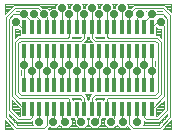
<source format=gtl>
G75*
%MOIN*%
%OFA0B0*%
%FSLAX25Y25*%
%IPPOS*%
%LPD*%
%AMOC8*
5,1,8,0,0,1.08239X$1,22.5*
%
%ADD10R,0.01500X0.05000*%
%ADD11C,0.00492*%
%ADD12C,0.02787*%
D10*
X0033030Y0009559D03*
X0035530Y0009559D03*
X0038030Y0009559D03*
X0040530Y0009559D03*
X0043030Y0009559D03*
X0045530Y0009559D03*
X0048030Y0009559D03*
X0050530Y0009559D03*
X0053030Y0009559D03*
X0055530Y0009559D03*
X0058030Y0009559D03*
X0060530Y0009559D03*
X0063030Y0009559D03*
X0065530Y0009559D03*
X0068030Y0009559D03*
X0070530Y0009559D03*
X0073030Y0009559D03*
X0075530Y0009559D03*
X0075530Y0017559D03*
X0073030Y0017559D03*
X0070530Y0017559D03*
X0068030Y0017559D03*
X0065530Y0017559D03*
X0063030Y0017559D03*
X0060530Y0017559D03*
X0058030Y0017559D03*
X0055530Y0017559D03*
X0053030Y0017559D03*
X0050530Y0017559D03*
X0048030Y0017559D03*
X0045530Y0017559D03*
X0043030Y0017559D03*
X0040530Y0017559D03*
X0038030Y0017559D03*
X0035530Y0017559D03*
X0033030Y0017559D03*
X0033010Y0028634D03*
X0035510Y0028634D03*
X0038010Y0028634D03*
X0040510Y0028634D03*
X0043010Y0028634D03*
X0045510Y0028634D03*
X0048010Y0028634D03*
X0050510Y0028634D03*
X0053010Y0028634D03*
X0055510Y0028634D03*
X0058010Y0028634D03*
X0060510Y0028634D03*
X0063010Y0028634D03*
X0065510Y0028634D03*
X0068010Y0028634D03*
X0070510Y0028634D03*
X0073010Y0028634D03*
X0075510Y0028634D03*
X0075510Y0036634D03*
X0073010Y0036634D03*
X0070510Y0036634D03*
X0068010Y0036634D03*
X0065510Y0036634D03*
X0063010Y0036634D03*
X0060510Y0036634D03*
X0058010Y0036634D03*
X0055510Y0036634D03*
X0053010Y0036634D03*
X0050510Y0036634D03*
X0048010Y0036634D03*
X0045510Y0036634D03*
X0043010Y0036634D03*
X0040510Y0036634D03*
X0038010Y0036634D03*
X0035510Y0036634D03*
X0033010Y0036634D03*
D11*
X0029292Y0002748D02*
X0026560Y0002748D01*
X0026560Y0005637D01*
X0029292Y0002748D01*
X0028868Y0003196D02*
X0026560Y0003196D01*
X0026560Y0003687D02*
X0028404Y0003687D01*
X0027940Y0004177D02*
X0026560Y0004177D01*
X0026560Y0004668D02*
X0027476Y0004668D01*
X0027012Y0005159D02*
X0026560Y0005159D01*
X0026937Y0006669D02*
X0026937Y0040134D01*
X0029890Y0043185D01*
X0037607Y0043185D01*
X0039674Y0041020D01*
X0040550Y0040144D01*
X0040510Y0036634D01*
X0038010Y0036634D02*
X0038010Y0039278D01*
X0036288Y0041020D01*
X0035510Y0038510D02*
X0032941Y0041020D01*
X0032902Y0040980D01*
X0029319Y0040980D01*
X0027922Y0039583D01*
X0027922Y0009130D01*
X0030874Y0006177D01*
X0034812Y0006177D01*
X0035530Y0006896D01*
X0035530Y0009559D01*
X0033030Y0009559D02*
X0028906Y0013683D01*
X0028906Y0037142D01*
X0030087Y0038323D01*
X0031776Y0036634D01*
X0033010Y0036634D01*
X0031522Y0035650D02*
X0031522Y0034228D01*
X0030959Y0034228D01*
X0029890Y0033160D01*
X0029890Y0036191D01*
X0030827Y0036191D01*
X0031368Y0035650D01*
X0031522Y0035650D01*
X0031522Y0035578D02*
X0029890Y0035578D01*
X0029890Y0035088D02*
X0031522Y0035088D01*
X0031522Y0034597D02*
X0029890Y0034597D01*
X0029890Y0034106D02*
X0030837Y0034106D01*
X0030346Y0033616D02*
X0029890Y0033616D01*
X0031367Y0033244D02*
X0029890Y0031768D01*
X0029890Y0014543D01*
X0031367Y0013067D01*
X0047587Y0013067D01*
X0048000Y0012654D01*
X0048000Y0009589D01*
X0048030Y0009559D01*
X0050530Y0009559D02*
X0050530Y0006659D01*
X0052016Y0005173D01*
X0049884Y0005159D02*
X0048754Y0005159D01*
X0048754Y0005649D02*
X0049884Y0005649D01*
X0049884Y0005913D02*
X0049884Y0004290D01*
X0051133Y0003041D01*
X0052899Y0003041D01*
X0054148Y0004290D01*
X0054148Y0006056D01*
X0053884Y0006321D01*
X0054086Y0006321D01*
X0054280Y0006515D01*
X0054474Y0006321D01*
X0054598Y0006321D01*
X0054333Y0006056D01*
X0054333Y0004290D01*
X0055582Y0003041D01*
X0057348Y0003041D01*
X0058597Y0004290D01*
X0058597Y0005931D01*
X0058728Y0006064D01*
X0058985Y0006321D01*
X0059086Y0006321D01*
X0059280Y0006515D01*
X0059474Y0006321D01*
X0059991Y0006321D01*
X0059727Y0006056D01*
X0059727Y0004290D01*
X0060976Y0003041D01*
X0062742Y0003041D01*
X0063837Y0004137D01*
X0064932Y0003041D01*
X0066698Y0003041D01*
X0067370Y0003713D01*
X0068202Y0002748D01*
X0040770Y0002748D01*
X0041264Y0003364D01*
X0041382Y0003482D01*
X0041802Y0003061D01*
X0043569Y0003061D01*
X0044654Y0004146D01*
X0045739Y0003061D01*
X0047506Y0003061D01*
X0048754Y0004310D01*
X0048754Y0006076D01*
X0048509Y0006321D01*
X0049086Y0006321D01*
X0049280Y0006515D01*
X0049474Y0006321D01*
X0049546Y0006321D01*
X0049546Y0006252D01*
X0049884Y0005913D01*
X0049658Y0006140D02*
X0048690Y0006140D01*
X0048754Y0004668D02*
X0049884Y0004668D01*
X0049997Y0004177D02*
X0048622Y0004177D01*
X0048131Y0003687D02*
X0050488Y0003687D01*
X0050978Y0003196D02*
X0047641Y0003196D01*
X0045604Y0003196D02*
X0043704Y0003196D01*
X0044194Y0003687D02*
X0045114Y0003687D01*
X0046623Y0005193D02*
X0045530Y0006285D01*
X0045530Y0009559D01*
X0043030Y0009559D02*
X0043030Y0005537D01*
X0042686Y0005193D01*
X0040530Y0004022D02*
X0039733Y0003028D01*
X0030382Y0003028D01*
X0026937Y0006669D01*
X0027922Y0007061D02*
X0027922Y0007738D01*
X0030467Y0005193D01*
X0035219Y0005193D01*
X0035632Y0005606D01*
X0035632Y0004290D01*
X0035911Y0004012D01*
X0030806Y0004012D01*
X0027922Y0007061D01*
X0027922Y0007121D02*
X0028538Y0007121D01*
X0028329Y0006631D02*
X0029029Y0006631D01*
X0028793Y0006140D02*
X0029520Y0006140D01*
X0029257Y0005649D02*
X0030010Y0005649D01*
X0029721Y0005159D02*
X0035632Y0005159D01*
X0035632Y0004668D02*
X0030185Y0004668D01*
X0030650Y0004177D02*
X0035745Y0004177D01*
X0037764Y0005173D02*
X0038030Y0005459D01*
X0038030Y0009559D01*
X0040530Y0009559D02*
X0040530Y0004022D01*
X0041130Y0003196D02*
X0041667Y0003196D01*
X0031542Y0007161D02*
X0031282Y0007161D01*
X0028906Y0009538D01*
X0028906Y0012291D01*
X0031542Y0009655D01*
X0031542Y0007161D01*
X0031542Y0007612D02*
X0030832Y0007612D01*
X0030341Y0008102D02*
X0031542Y0008102D01*
X0031542Y0008593D02*
X0029850Y0008593D01*
X0029360Y0009084D02*
X0031542Y0009084D01*
X0031542Y0009574D02*
X0028906Y0009574D01*
X0028906Y0010065D02*
X0031132Y0010065D01*
X0030641Y0010556D02*
X0028906Y0010556D01*
X0028906Y0011046D02*
X0030151Y0011046D01*
X0029660Y0011537D02*
X0028906Y0011537D01*
X0028906Y0012028D02*
X0029170Y0012028D01*
X0031859Y0014051D02*
X0052036Y0014051D01*
X0053020Y0013067D01*
X0053020Y0009569D01*
X0053030Y0009559D01*
X0055481Y0009608D02*
X0055530Y0009559D01*
X0055520Y0009569D01*
X0055481Y0009608D02*
X0055481Y0013067D01*
X0056465Y0014051D01*
X0076642Y0014051D01*
X0077725Y0015035D01*
X0077725Y0031276D01*
X0076642Y0032260D01*
X0056465Y0032260D01*
X0055510Y0033215D01*
X0055510Y0036634D01*
X0055481Y0043244D01*
X0057613Y0043152D02*
X0058349Y0043152D01*
X0058349Y0044127D01*
X0058769Y0044547D01*
X0057193Y0044547D01*
X0057613Y0044127D01*
X0057613Y0043152D01*
X0057613Y0043428D02*
X0058349Y0043428D01*
X0058349Y0043919D02*
X0057613Y0043919D01*
X0057330Y0044410D02*
X0058631Y0044410D01*
X0060481Y0043244D02*
X0060510Y0036634D01*
X0060510Y0033628D01*
X0060894Y0033244D01*
X0077134Y0033244D01*
X0078709Y0031768D01*
X0078709Y0014543D01*
X0077134Y0013067D01*
X0060914Y0013067D01*
X0060500Y0012654D01*
X0060500Y0009589D01*
X0060530Y0009559D01*
X0058030Y0009559D02*
X0058030Y0006758D01*
X0056465Y0005173D01*
X0058597Y0005159D02*
X0059727Y0005159D01*
X0059727Y0005649D02*
X0058597Y0005649D01*
X0058804Y0006140D02*
X0059811Y0006140D01*
X0061859Y0005173D02*
X0063030Y0006344D01*
X0063030Y0009559D01*
X0065530Y0009559D02*
X0065530Y0005478D01*
X0065815Y0005173D01*
X0068030Y0004455D02*
X0069260Y0003028D01*
X0078119Y0003028D01*
X0081662Y0006669D01*
X0081662Y0040626D01*
X0079103Y0043185D01*
X0070028Y0043185D01*
X0067961Y0041020D01*
X0068010Y0036634D01*
X0065510Y0036634D02*
X0065481Y0043244D01*
X0067613Y0043152D02*
X0067613Y0044127D01*
X0067193Y0044547D01*
X0082040Y0044547D01*
X0082040Y0041640D01*
X0080087Y0043593D01*
X0079511Y0044169D01*
X0070422Y0044169D01*
X0070413Y0044178D01*
X0070017Y0044169D01*
X0069620Y0044169D01*
X0069611Y0044160D01*
X0069598Y0044160D01*
X0069324Y0043873D01*
X0069044Y0043593D01*
X0069044Y0043579D01*
X0068635Y0043152D01*
X0067613Y0043152D01*
X0067613Y0043428D02*
X0068900Y0043428D01*
X0069368Y0043919D02*
X0067613Y0043919D01*
X0067330Y0044410D02*
X0082040Y0044410D01*
X0082040Y0043919D02*
X0079761Y0043919D01*
X0080251Y0043428D02*
X0082040Y0043428D01*
X0082040Y0042938D02*
X0080742Y0042938D01*
X0081233Y0042447D02*
X0082040Y0042447D01*
X0082040Y0041956D02*
X0081723Y0041956D01*
X0080678Y0039583D02*
X0079142Y0041020D01*
X0075481Y0041020D01*
X0073010Y0038549D01*
X0073010Y0036634D01*
X0075510Y0036634D02*
X0077239Y0038362D01*
X0078434Y0038362D01*
X0079693Y0037201D01*
X0079693Y0013624D01*
X0075530Y0009559D01*
X0077018Y0009574D02*
X0079693Y0009574D01*
X0079693Y0009547D02*
X0077228Y0007161D01*
X0077018Y0007161D01*
X0077018Y0009636D01*
X0079693Y0012248D01*
X0079693Y0009547D01*
X0079693Y0010065D02*
X0077457Y0010065D01*
X0077960Y0010556D02*
X0079693Y0010556D01*
X0079693Y0011046D02*
X0078462Y0011046D01*
X0078965Y0011537D02*
X0079693Y0011537D01*
X0079693Y0012028D02*
X0079467Y0012028D01*
X0079215Y0009084D02*
X0077018Y0009084D01*
X0077018Y0008593D02*
X0078708Y0008593D01*
X0078201Y0008102D02*
X0077018Y0008102D01*
X0077018Y0007612D02*
X0077694Y0007612D01*
X0077626Y0006177D02*
X0080678Y0009130D01*
X0080678Y0039583D01*
X0078892Y0042004D02*
X0077511Y0042004D01*
X0077315Y0042201D01*
X0078695Y0042201D01*
X0078892Y0042004D01*
X0073647Y0042201D02*
X0073574Y0042201D01*
X0073611Y0042165D01*
X0073647Y0042201D01*
X0071741Y0041020D02*
X0070510Y0039770D01*
X0070510Y0036634D01*
X0076998Y0036559D02*
X0077221Y0036559D01*
X0077025Y0036756D02*
X0077550Y0036230D01*
X0078709Y0036230D01*
X0078709Y0033117D01*
X0077819Y0033951D01*
X0077542Y0034228D01*
X0077524Y0034228D01*
X0077510Y0034241D01*
X0077118Y0034228D01*
X0076998Y0034228D01*
X0076998Y0036730D01*
X0077025Y0036756D01*
X0076998Y0036069D02*
X0078709Y0036069D01*
X0078709Y0035578D02*
X0076998Y0035578D01*
X0076998Y0035088D02*
X0078709Y0035088D01*
X0078709Y0034597D02*
X0076998Y0034597D01*
X0077664Y0034106D02*
X0078709Y0034106D01*
X0078709Y0033616D02*
X0078177Y0033616D01*
X0078700Y0033125D02*
X0078709Y0033125D01*
X0075510Y0028634D02*
X0075560Y0022024D01*
X0075530Y0017559D01*
X0073030Y0017559D02*
X0073040Y0024248D01*
X0073010Y0028634D01*
X0070510Y0028634D02*
X0070560Y0022024D01*
X0070530Y0017559D01*
X0068030Y0017559D02*
X0068040Y0024248D01*
X0068010Y0028634D01*
X0065510Y0028634D02*
X0065560Y0022024D01*
X0065530Y0017559D01*
X0063030Y0017559D02*
X0063040Y0024248D01*
X0063010Y0028634D01*
X0060510Y0028634D02*
X0060560Y0022024D01*
X0060530Y0017559D01*
X0058030Y0017559D02*
X0058040Y0024248D01*
X0058010Y0028634D01*
X0055510Y0028634D02*
X0055560Y0022024D01*
X0055530Y0017559D01*
X0053030Y0017559D02*
X0053040Y0024248D01*
X0053010Y0028634D01*
X0050510Y0028634D02*
X0050560Y0022024D01*
X0050530Y0017559D01*
X0048030Y0017559D02*
X0048040Y0024248D01*
X0048010Y0028634D01*
X0045510Y0028634D02*
X0045560Y0022024D01*
X0045530Y0017559D01*
X0043030Y0017559D02*
X0043040Y0024248D01*
X0043010Y0028634D01*
X0040510Y0028634D02*
X0040560Y0022024D01*
X0040530Y0017559D01*
X0038030Y0017559D02*
X0038040Y0024248D01*
X0038010Y0028634D01*
X0035510Y0028634D02*
X0035560Y0022024D01*
X0035530Y0017559D01*
X0033030Y0017559D02*
X0033040Y0024248D01*
X0033010Y0028634D01*
X0030874Y0031276D02*
X0031859Y0032260D01*
X0052036Y0032260D01*
X0053020Y0033244D01*
X0053020Y0036624D01*
X0053010Y0036634D01*
X0052961Y0041020D01*
X0052613Y0043152D02*
X0053349Y0043152D01*
X0053349Y0044127D01*
X0053769Y0044547D01*
X0052193Y0044547D01*
X0052613Y0044127D01*
X0052613Y0043152D01*
X0052613Y0043428D02*
X0053349Y0043428D01*
X0053349Y0043919D02*
X0052613Y0043919D01*
X0052330Y0044410D02*
X0053631Y0044410D01*
X0050481Y0043244D02*
X0050510Y0036634D01*
X0048010Y0036634D02*
X0048010Y0033648D01*
X0047607Y0033244D01*
X0031367Y0033244D01*
X0030874Y0031276D02*
X0030874Y0015035D01*
X0031859Y0014051D01*
X0028048Y0007612D02*
X0027922Y0007612D01*
X0048985Y0012797D02*
X0048985Y0013061D01*
X0048979Y0013067D01*
X0051628Y0013067D01*
X0051936Y0012759D01*
X0051780Y0012603D01*
X0051586Y0012797D01*
X0049474Y0012797D01*
X0049280Y0012603D01*
X0049086Y0012797D01*
X0048985Y0012797D01*
X0048985Y0013009D02*
X0051686Y0013009D01*
X0053158Y0014321D02*
X0054086Y0014321D01*
X0054280Y0014515D01*
X0054474Y0014321D01*
X0055343Y0014321D01*
X0055073Y0014051D01*
X0054497Y0013475D01*
X0054497Y0012797D01*
X0054474Y0012797D01*
X0054280Y0012603D01*
X0054086Y0012797D01*
X0054004Y0012797D01*
X0054004Y0013475D01*
X0053428Y0014051D01*
X0053428Y0014051D01*
X0053158Y0014321D01*
X0053489Y0013990D02*
X0055012Y0013990D01*
X0054521Y0013500D02*
X0053980Y0013500D01*
X0054004Y0013009D02*
X0054497Y0013009D01*
X0054314Y0014481D02*
X0054246Y0014481D01*
X0056594Y0012789D02*
X0056873Y0013067D01*
X0059522Y0013067D01*
X0059516Y0013061D01*
X0059516Y0012797D01*
X0059474Y0012797D01*
X0059280Y0012603D01*
X0059086Y0012797D01*
X0056974Y0012797D01*
X0056780Y0012603D01*
X0056594Y0012789D01*
X0056815Y0013009D02*
X0059516Y0013009D01*
X0068030Y0009559D02*
X0068030Y0004455D01*
X0067393Y0003687D02*
X0067344Y0003687D01*
X0067816Y0003196D02*
X0066853Y0003196D01*
X0064778Y0003196D02*
X0062897Y0003196D01*
X0063387Y0003687D02*
X0064287Y0003687D01*
X0060821Y0003196D02*
X0057503Y0003196D01*
X0057994Y0003687D02*
X0060330Y0003687D01*
X0059840Y0004177D02*
X0058484Y0004177D01*
X0058597Y0004668D02*
X0059727Y0004668D01*
X0055427Y0003196D02*
X0053054Y0003196D01*
X0053545Y0003687D02*
X0054937Y0003687D01*
X0054446Y0004177D02*
X0054035Y0004177D01*
X0054148Y0004668D02*
X0054333Y0004668D01*
X0054333Y0005159D02*
X0054148Y0005159D01*
X0054148Y0005649D02*
X0054333Y0005649D01*
X0054417Y0006140D02*
X0054064Y0006140D01*
X0070530Y0005400D02*
X0070737Y0005173D01*
X0070530Y0005400D02*
X0070530Y0009559D01*
X0073030Y0009559D02*
X0073030Y0006837D01*
X0073689Y0006177D01*
X0077626Y0006177D01*
X0077619Y0005193D02*
X0078018Y0005186D01*
X0078025Y0005193D01*
X0078034Y0005193D01*
X0078317Y0005476D01*
X0080678Y0007760D01*
X0080678Y0007069D01*
X0077703Y0004012D01*
X0072590Y0004012D01*
X0072869Y0004290D01*
X0072869Y0005606D01*
X0073282Y0005193D01*
X0077619Y0005193D01*
X0078341Y0004668D02*
X0072869Y0004668D01*
X0072869Y0005159D02*
X0078819Y0005159D01*
X0078496Y0005649D02*
X0079296Y0005649D01*
X0079003Y0006140D02*
X0079774Y0006140D01*
X0079510Y0006631D02*
X0080251Y0006631D01*
X0080017Y0007121D02*
X0080678Y0007121D01*
X0080678Y0007612D02*
X0080524Y0007612D01*
X0082040Y0005646D02*
X0082040Y0002748D01*
X0079220Y0002748D01*
X0082040Y0005646D01*
X0082040Y0005159D02*
X0081565Y0005159D01*
X0082040Y0004668D02*
X0081088Y0004668D01*
X0080611Y0004177D02*
X0082040Y0004177D01*
X0082040Y0003687D02*
X0080133Y0003687D01*
X0079656Y0003196D02*
X0082040Y0003196D01*
X0077864Y0004177D02*
X0072756Y0004177D01*
X0076741Y0023857D02*
X0076529Y0024070D01*
X0076519Y0025396D01*
X0076566Y0025396D01*
X0076741Y0025570D01*
X0076741Y0023857D01*
X0076741Y0024294D02*
X0076527Y0024294D01*
X0076523Y0024784D02*
X0076741Y0024784D01*
X0076741Y0025275D02*
X0076520Y0025275D01*
X0059526Y0033244D02*
X0056873Y0033244D01*
X0056644Y0033473D01*
X0056760Y0033590D01*
X0056955Y0033396D01*
X0059066Y0033396D01*
X0059260Y0033590D01*
X0059455Y0033396D01*
X0059526Y0033396D01*
X0059526Y0033244D01*
X0055461Y0031872D02*
X0054455Y0031872D01*
X0054260Y0031678D01*
X0054066Y0031872D01*
X0053040Y0031872D01*
X0053428Y0032260D01*
X0054004Y0032836D01*
X0054004Y0033396D01*
X0054066Y0033396D01*
X0054260Y0033590D01*
X0054455Y0033396D01*
X0054526Y0033396D01*
X0054526Y0032807D01*
X0055461Y0031872D01*
X0055189Y0032144D02*
X0053312Y0032144D01*
X0053802Y0032634D02*
X0054699Y0032634D01*
X0054526Y0033125D02*
X0054004Y0033125D01*
X0051867Y0033483D02*
X0051628Y0033244D01*
X0048995Y0033244D01*
X0048995Y0033396D01*
X0049066Y0033396D01*
X0049260Y0033590D01*
X0049455Y0033396D01*
X0051566Y0033396D01*
X0051760Y0033590D01*
X0051867Y0033483D01*
X0048010Y0036634D02*
X0047961Y0041020D01*
X0047613Y0043152D02*
X0047613Y0044127D01*
X0047193Y0044547D01*
X0048769Y0044547D01*
X0048349Y0044127D01*
X0048349Y0043152D01*
X0047613Y0043152D01*
X0047613Y0043428D02*
X0048349Y0043428D01*
X0048349Y0043919D02*
X0047613Y0043919D01*
X0047330Y0044410D02*
X0048631Y0044410D01*
X0045481Y0043244D02*
X0045510Y0036634D01*
X0043010Y0036634D02*
X0042961Y0041020D01*
X0041374Y0042447D02*
X0041261Y0042447D01*
X0041317Y0042391D02*
X0040557Y0043152D01*
X0038999Y0043152D01*
X0038591Y0043579D01*
X0038591Y0043593D01*
X0038311Y0043873D01*
X0038037Y0044160D01*
X0038024Y0044160D01*
X0038014Y0044169D01*
X0037618Y0044169D01*
X0037222Y0044178D01*
X0037212Y0044169D01*
X0030288Y0044169D01*
X0030282Y0044176D01*
X0029882Y0044169D01*
X0029483Y0044169D01*
X0029476Y0044163D01*
X0029466Y0044162D01*
X0029189Y0043875D01*
X0028906Y0043593D01*
X0028906Y0043583D01*
X0026560Y0041159D01*
X0026560Y0044547D01*
X0043769Y0044547D01*
X0043349Y0044127D01*
X0043349Y0043152D01*
X0042078Y0043152D01*
X0041317Y0042391D01*
X0040771Y0042938D02*
X0041864Y0042938D01*
X0043349Y0043428D02*
X0038735Y0043428D01*
X0038267Y0043919D02*
X0043349Y0043919D01*
X0043631Y0044410D02*
X0026560Y0044410D01*
X0026560Y0043919D02*
X0029231Y0043919D01*
X0028756Y0043428D02*
X0026560Y0043428D01*
X0026560Y0042938D02*
X0028281Y0042938D01*
X0027806Y0042447D02*
X0026560Y0042447D01*
X0026560Y0041956D02*
X0027332Y0041956D01*
X0026857Y0041466D02*
X0026560Y0041466D01*
X0030079Y0041965D02*
X0030307Y0042201D01*
X0031108Y0042201D01*
X0030871Y0041965D01*
X0030079Y0041965D01*
X0035510Y0038510D02*
X0035510Y0036634D01*
X0030949Y0036069D02*
X0029890Y0036069D01*
X0031859Y0022414D02*
X0032053Y0022220D01*
X0032051Y0020797D01*
X0031974Y0020797D01*
X0031859Y0020682D01*
X0031859Y0022414D01*
X0031859Y0022331D02*
X0031942Y0022331D01*
X0031859Y0021840D02*
X0032052Y0021840D01*
X0032051Y0021350D02*
X0031859Y0021350D01*
X0031859Y0020859D02*
X0032051Y0020859D01*
X0058010Y0036634D02*
X0057961Y0041020D01*
X0062613Y0043152D02*
X0063349Y0043152D01*
X0063349Y0044127D01*
X0063769Y0044547D01*
X0062193Y0044547D01*
X0062613Y0044127D01*
X0062613Y0043152D01*
X0062613Y0043428D02*
X0063349Y0043428D01*
X0063349Y0043919D02*
X0062613Y0043919D01*
X0062330Y0044410D02*
X0063631Y0044410D01*
X0062961Y0041020D02*
X0063010Y0036634D01*
D12*
X0062961Y0041020D03*
X0060481Y0043244D03*
X0057961Y0041020D03*
X0055481Y0043244D03*
X0052961Y0041020D03*
X0050481Y0043244D03*
X0047961Y0041020D03*
X0045481Y0043244D03*
X0042961Y0041020D03*
X0039674Y0041020D03*
X0036288Y0041020D03*
X0032941Y0041020D03*
X0030087Y0038323D03*
X0033040Y0024248D03*
X0035560Y0022024D03*
X0038040Y0024248D03*
X0040560Y0022024D03*
X0043040Y0024248D03*
X0045560Y0022024D03*
X0048040Y0024248D03*
X0050560Y0022024D03*
X0053040Y0024248D03*
X0055560Y0022024D03*
X0058040Y0024248D03*
X0060560Y0022024D03*
X0063040Y0024248D03*
X0065560Y0022024D03*
X0068040Y0024248D03*
X0070560Y0022024D03*
X0073040Y0024248D03*
X0075560Y0022024D03*
X0078434Y0038362D03*
X0075481Y0041020D03*
X0071741Y0041020D03*
X0067961Y0041020D03*
X0065481Y0043244D03*
X0065815Y0005173D03*
X0061859Y0005173D03*
X0056465Y0005173D03*
X0052016Y0005173D03*
X0046623Y0005193D03*
X0042686Y0005193D03*
X0037764Y0005173D03*
X0070737Y0005173D03*
M02*

</source>
